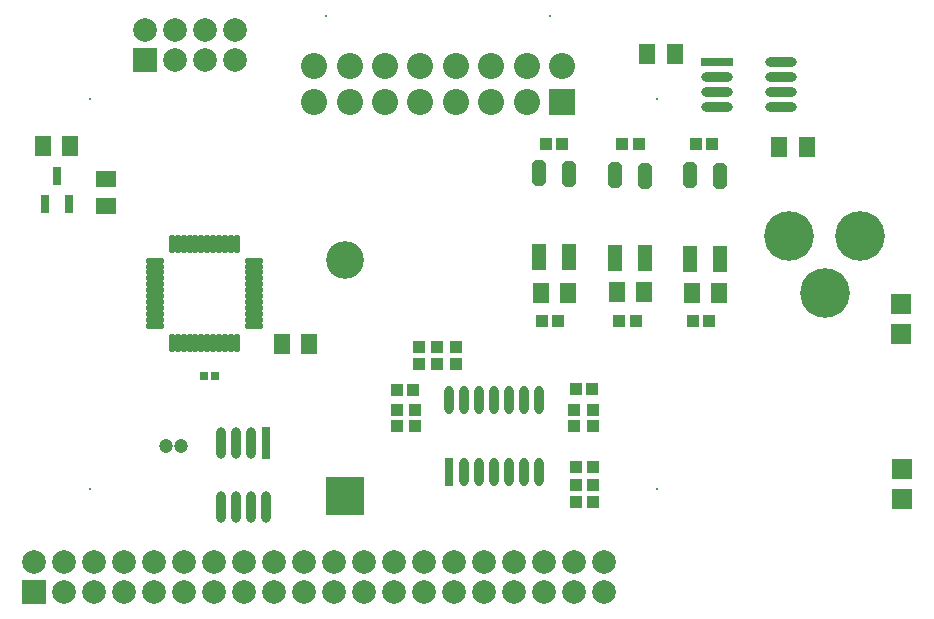
<source format=gts>
G04 Layer_Color=8388736*
%FSLAX44Y44*%
%MOMM*%
G71*
G01*
G75*
%ADD63R,1.4032X1.7032*%
%ADD64R,0.8032X0.8032*%
%ADD65C,2.0032*%
%ADD66R,2.0032X2.0032*%
%ADD67R,0.8032X2.7032*%
%ADD68O,0.8032X2.7032*%
%ADD69R,1.1032X1.0032*%
%ADD70R,1.7032X1.4032*%
G04:AMPARAMS|DCode=71|XSize=1.2032mm|YSize=2.2032mm|CornerRadius=0mm|HoleSize=0mm|Usage=FLASHONLY|Rotation=0.000|XOffset=0mm|YOffset=0mm|HoleType=Round|Shape=Octagon|*
%AMOCTAGOND71*
4,1,8,-0.3008,1.1016,0.3008,1.1016,0.6016,0.8008,0.6016,-0.8008,0.3008,-1.1016,-0.3008,-1.1016,-0.6016,-0.8008,-0.6016,0.8008,-0.3008,1.1016,0.0*
%
%ADD71OCTAGOND71*%

%ADD72R,1.2032X2.2032*%
%ADD73R,1.0032X1.1032*%
%ADD74O,0.8032X2.4032*%
%ADD75R,0.8032X2.4032*%
%ADD76R,2.7032X0.8032*%
%ADD77O,2.7032X0.8032*%
%ADD78R,0.7532X1.5032*%
%ADD79O,1.6032X0.5032*%
%ADD80O,0.5032X1.6032*%
%ADD81C,4.2032*%
%ADD82C,0.2032*%
%ADD83R,1.7032X1.7032*%
%ADD84R,3.2032X3.2032*%
%ADD85C,3.2032*%
%ADD86C,2.2032*%
%ADD87R,2.2032X2.2032*%
%ADD88C,1.2032*%
D63*
X-16584Y290000D02*
D03*
X-39536D02*
D03*
X495149Y368236D02*
D03*
X472197D02*
D03*
X162523Y123160D02*
D03*
X185476D02*
D03*
X583989Y289751D02*
D03*
X606941D02*
D03*
X382326Y166343D02*
D03*
X405278D02*
D03*
X446283Y166788D02*
D03*
X469235D02*
D03*
X510015Y166344D02*
D03*
X532967D02*
D03*
D64*
X106484Y95395D02*
D03*
X97008D02*
D03*
D65*
X123200Y388400D02*
D03*
X97800Y363000D02*
D03*
X72400D02*
D03*
Y388400D02*
D03*
X47000D02*
D03*
X29085Y-62155D02*
D03*
X54485D02*
D03*
X308485Y-87556D02*
D03*
Y-62155D02*
D03*
X384685Y-87556D02*
D03*
X359285Y-62155D02*
D03*
X384685D02*
D03*
X359285Y-87556D02*
D03*
X333885Y-62155D02*
D03*
Y-87556D02*
D03*
X410085Y-62155D02*
D03*
Y-87556D02*
D03*
X435485D02*
D03*
Y-62155D02*
D03*
X283085D02*
D03*
Y-87556D02*
D03*
X257685D02*
D03*
Y-62155D02*
D03*
X232285D02*
D03*
Y-87556D02*
D03*
X206885D02*
D03*
Y-62155D02*
D03*
X-47115D02*
D03*
X-21715Y-87556D02*
D03*
Y-62155D02*
D03*
X3685D02*
D03*
Y-87556D02*
D03*
X29085D02*
D03*
X181485Y-62155D02*
D03*
Y-87556D02*
D03*
X156085D02*
D03*
Y-62155D02*
D03*
X79885Y-87556D02*
D03*
Y-62155D02*
D03*
X105285Y-87556D02*
D03*
X130685Y-62155D02*
D03*
X105285D02*
D03*
X130685Y-87556D02*
D03*
X54485D02*
D03*
X97800Y388400D02*
D03*
X123200Y363000D02*
D03*
D66*
X47000D02*
D03*
X-47115Y-87556D02*
D03*
D67*
X149572Y39000D02*
D03*
D68*
X136872D02*
D03*
X124172D02*
D03*
X111472D02*
D03*
X149572Y-15500D02*
D03*
X136872D02*
D03*
X124172D02*
D03*
X111472D02*
D03*
D69*
X513000Y292499D02*
D03*
X527000D02*
D03*
X451001D02*
D03*
X465001D02*
D03*
X385920Y292495D02*
D03*
X399920D02*
D03*
X426000Y18307D02*
D03*
X412000D02*
D03*
X396802Y142297D02*
D03*
X382802D02*
D03*
X260000Y84000D02*
D03*
X274000D02*
D03*
X462169Y142299D02*
D03*
X448169D02*
D03*
X425485Y85000D02*
D03*
X411485D02*
D03*
X524491Y142299D02*
D03*
X510491D02*
D03*
D70*
X13786Y239289D02*
D03*
Y262241D02*
D03*
D71*
X380802Y267802D02*
D03*
X405802Y266802D02*
D03*
X445000Y266161D02*
D03*
X470000Y265161D02*
D03*
X508491Y266022D02*
D03*
X533491Y265022D02*
D03*
D72*
X405802Y196802D02*
D03*
X380802D02*
D03*
X470000Y195161D02*
D03*
X445000D02*
D03*
X533491Y195022D02*
D03*
X508491D02*
D03*
D73*
X279000Y120000D02*
D03*
Y106000D02*
D03*
X260000Y53000D02*
D03*
Y67000D02*
D03*
X275000Y53000D02*
D03*
Y67000D02*
D03*
X294000Y120000D02*
D03*
Y106000D02*
D03*
X410000Y53000D02*
D03*
Y67000D02*
D03*
X425803Y53000D02*
D03*
Y67000D02*
D03*
X411302Y-11000D02*
D03*
Y3000D02*
D03*
X310000Y119999D02*
D03*
Y105999D02*
D03*
X426000Y-10999D02*
D03*
Y3001D02*
D03*
D74*
X380550Y75395D02*
D03*
Y14195D02*
D03*
X367850Y75395D02*
D03*
X355150D02*
D03*
X367850Y14195D02*
D03*
X355150D02*
D03*
X317050D02*
D03*
X329750D02*
D03*
X342450D02*
D03*
X304350Y75395D02*
D03*
X317050D02*
D03*
X329750D02*
D03*
X342450D02*
D03*
D75*
X304350Y14195D02*
D03*
D76*
X530952Y361632D02*
D03*
D77*
Y348932D02*
D03*
Y336232D02*
D03*
Y323532D02*
D03*
X585452Y361632D02*
D03*
Y348932D02*
D03*
Y336232D02*
D03*
Y323532D02*
D03*
D78*
X-37763Y241556D02*
D03*
X-17747D02*
D03*
X-27755Y265056D02*
D03*
D79*
X55007Y193347D02*
D03*
Y188347D02*
D03*
Y183347D02*
D03*
Y178347D02*
D03*
Y173347D02*
D03*
Y168347D02*
D03*
Y163347D02*
D03*
Y158347D02*
D03*
Y153347D02*
D03*
Y148347D02*
D03*
Y143347D02*
D03*
Y138347D02*
D03*
X139007D02*
D03*
Y143347D02*
D03*
Y148347D02*
D03*
Y153347D02*
D03*
Y158347D02*
D03*
Y163347D02*
D03*
Y168347D02*
D03*
Y173347D02*
D03*
Y178347D02*
D03*
Y183347D02*
D03*
Y188347D02*
D03*
Y193347D02*
D03*
D80*
X69507Y123847D02*
D03*
X74507D02*
D03*
X79507D02*
D03*
X84507D02*
D03*
X89507D02*
D03*
X94507D02*
D03*
X99507D02*
D03*
X104507D02*
D03*
X109507D02*
D03*
X114507D02*
D03*
X119507D02*
D03*
X124507D02*
D03*
Y207847D02*
D03*
X119507D02*
D03*
X114507D02*
D03*
X109507D02*
D03*
X104507D02*
D03*
X99507D02*
D03*
X94507D02*
D03*
X89507D02*
D03*
X84507D02*
D03*
X79507D02*
D03*
X74507D02*
D03*
X69507D02*
D03*
D81*
X622466Y166344D02*
D03*
X652466Y214598D02*
D03*
X592466Y214344D02*
D03*
D82*
X0Y82D02*
D03*
X480000D02*
D03*
Y330080D02*
D03*
X0Y330000D02*
D03*
X389840Y400789D02*
D03*
X200102D02*
D03*
D83*
X686562Y156464D02*
D03*
Y131064D02*
D03*
X687324Y17272D02*
D03*
Y-8128D02*
D03*
D84*
X216000Y-6000D02*
D03*
D85*
Y194000D02*
D03*
D86*
X190000Y357891D02*
D03*
Y327891D02*
D03*
X220000Y357891D02*
D03*
Y327891D02*
D03*
X250000Y357891D02*
D03*
Y327891D02*
D03*
X280000Y357891D02*
D03*
Y327891D02*
D03*
X310000Y357891D02*
D03*
Y327891D02*
D03*
X340000Y357891D02*
D03*
Y327891D02*
D03*
X370000Y357891D02*
D03*
Y327891D02*
D03*
X400000Y357891D02*
D03*
D87*
Y327891D02*
D03*
D88*
X64400Y36000D02*
D03*
X77400D02*
D03*
M02*

</source>
